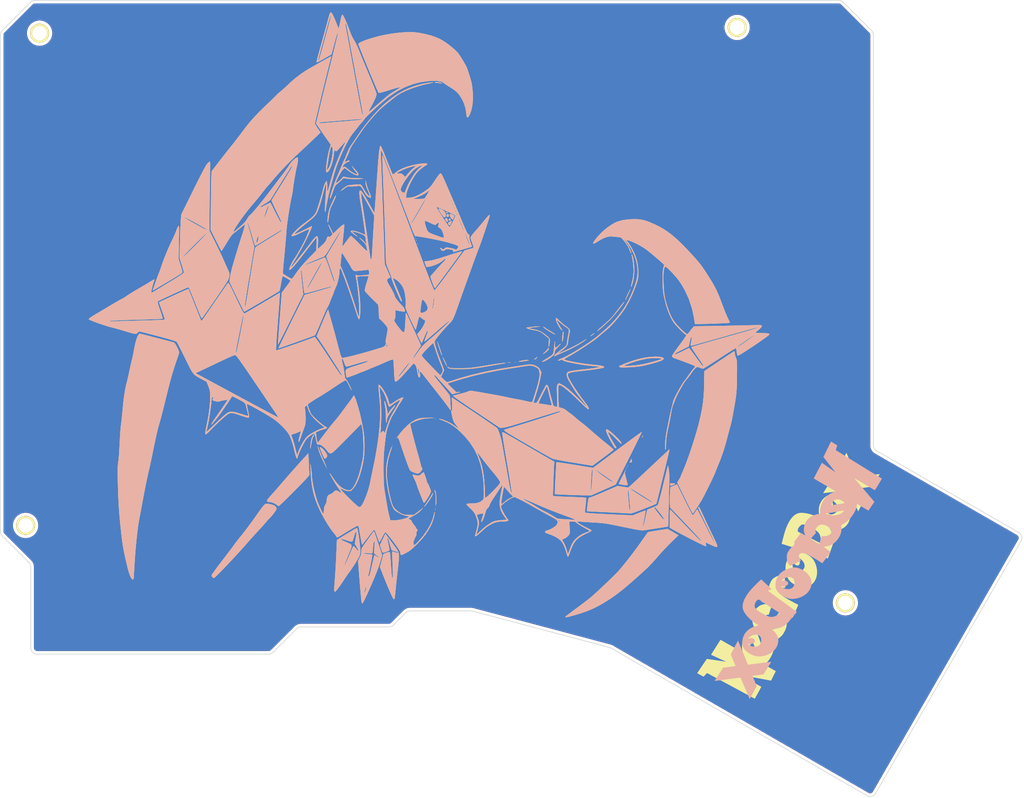
<source format=kicad_pcb>
(kicad_pcb (version 20221018) (generator pcbnew)
  (title_block (title "Redox keyboard PCB") (date "2018-05-05") (rev "1.0") (comment 1 "designed by Mattia Dal Ben (aka u/TiaMaT102)") (comment 2 "https://github.com/mattdibi/redox-keyboard"))
  (layers (0 "F.Cu" signal) (31 "B.Cu" signal) (34 "B.Paste" user) (35 "F.Paste" user) (36 "B.SilkS" user "B.Silkscreen") (37 "F.SilkS" user "F.Silkscreen") (38 "B.Mask" user) (39 "F.Mask" user) (44 "Edge.Cuts" user))
  (net 0 "")
  (net 1 "GND")
  (footprint "keyboard_parts:HOLE_M3" (layer "F.Cu") (at 213.36 129.452682)
    (fp_text reference "HOLE_M3" hide)
    (fp_text value "VAL**" hide)
    (pad "1" thru_hole circle (at 0 0) (size 3 3) (drill 2.3) (layers "*.Cu" "*.Mask" "F.SilkS"))
  )
  (footprint "keyboard_parts:HOLE_M3" (layer "F.Cu") (at 85.725 39.155682)
    (fp_text reference "HOLE_M3" hide)
    (fp_text value "VAL**" hide)
    (pad "1" thru_hole circle (at 0 0) (size 3 3) (drill 2.3) (layers "*.Cu" "*.Mask" "F.SilkS"))
  )
  (footprint "keyboard_parts:HOLE_M3" (layer "F.Cu") (at 103.508163 114.18153)
    (fp_text reference "HOLE_M3" hide)
    (fp_text value "VAL**" hide)
    (pad "1" thru_hole circle (at -20 3) (size 3 3) (drill 2.3) (layers "*.Cu" "*.Mask" "F.SilkS"))
  )
  (footprint "keyboard_parts:HOLE_M3" (layer "F.Cu") (at 196.215 37.250682)
    (fp_text reference "HOLE_M3" hide)
    (fp_text value "VAL**" hide)
    (pad "1" thru_hole circle (at 0 1) (size 3 3) (drill 2.3) (layers "*.Cu" "*.Mask" "F.SilkS"))
  )
  (footprint "KeebGraphics:dawnWingNecrozmaFlipSilk" (layer "F.Cu") (at 147.32 83.82)
    (fp_text reference "G***" hide)
    (fp_text value "LOGO" hide)
  )
  (footprint "KeebGraphics:smallNecrodoxSilk" (layer "F.Cu") (at 204.986082 124.842562 60)
    (fp_text reference "G***" hide)
    (fp_text value "LOGO" hide)
  )
  (footprint "KeebGraphics:dawnWingNecrozmaSilk" (layer "B.Cu") (at 147.32 83.82 180)
    (fp_text reference "G***" hide)
    (fp_text value "LOGO" hide)
  )
  (footprint "KeebGraphics:smallNecrodoxSilk" (layer "B.Cu") (at 204.986082 124.842562 -120)
    (fp_text reference "G***" hide)
    (fp_text value "LOGO" hide)
  )
  (gr_arc (start 79.502 39.442896) (mid 79.57812 39.060213) (end 79.794893 38.735789) (stroke (width 0.1)) (layer "Edge.Cuts"))
  (gr_arc (start 218.306876 105.356993) (mid 217.939521 104.990824) (end 217.805 104.489888) (stroke (width 0.1)) (layer "Edge.Cuts"))
  (gr_line (start 217.512107 38.735789) (end 213.017893 34.241575) (stroke (width 0.1)) (layer "Edge.Cuts"))
  (gr_line (start 217.805 39.442896) (end 217.805 49.188682) (stroke (width 0.1)) (layer "Edge.Cuts"))
  (gr_line (start 218.149575 159.63786) (end 241.181078 119.652272) (stroke (width 0.1)) (layer "Edge.Cuts"))
  (gr_arc (start 126.453107 133.555575) (mid 126.777532 133.338811) (end 127.160214 133.262682) (stroke (width 0.1)) (layer "Edge.Cuts"))
  (gr_line (start 176.021007 136.530649) (end 154.304289 130.756262) (stroke (width 0.1)) (layer "Edge.Cuts"))
  (gr_arc (start 141.770893 132.969789) (mid 141.44647 133.186561) (end 141.063786 133.262682) (stroke (width 0.1)) (layer "Edge.Cuts"))
  (gr_arc (start 154.047322 130.722682) (mid 154.176898 130.731112) (end 154.304289 130.756262) (stroke (width 0.1)) (layer "Edge.Cuts"))
  (gr_line (start 79.794893 38.735789) (end 84.289107 34.241575) (stroke (width 0.1)) (layer "Edge.Cuts"))
  (gr_line (start 141.770893 132.969789) (end 143.725107 131.015575) (stroke (width 0.1)) (layer "Edge.Cuts"))
  (gr_arc (start 84.289107 34.241575) (mid 84.613532 34.024811) (end 84.996214 33.948682) (stroke (width 0.1)) (layer "Edge.Cuts"))
  (gr_arc (start 84.035107 123.063789) (mid 84.25188 123.388212) (end 84.328 123.770896) (stroke (width 0.1)) (layer "Edge.Cuts"))
  (gr_arc (start 218.149575 159.63786) (mid 217.54253 160.104487) (end 216.783362 160.004951) (stroke (width 0.1)) (layer "Edge.Cuts"))
  (gr_arc (start 122.720893 137.287789) (mid 122.39647 137.504561) (end 122.013786 137.580682) (stroke (width 0.1)) (layer "Edge.Cuts"))
  (gr_line (start 84.328 123.770896) (end 84.328 136.580682) (stroke (width 0.1)) (layer "Edge.Cuts"))
  (gr_line (start 79.502 42.330682) (end 79.502 118.116468) (stroke (width 0.1)) (layer "Edge.Cuts"))
  (gr_line (start 216.783362 160.004951) (end 176.26372 136.630859) (stroke (width 0.1)) (layer "Edge.Cuts"))
  (gr_line (start 85.328 137.580682) (end 122.013786 137.580682) (stroke (width 0.1)) (layer "Edge.Cuts"))
  (gr_arc (start 212.310786 33.948682) (mid 212.693469 34.024802) (end 213.017893 34.241575) (stroke (width 0.1)) (layer "Edge.Cuts"))
  (gr_line (start 212.310786 33.948682) (end 84.996214 33.948682) (stroke (width 0.1)) (layer "Edge.Cuts"))
  (gr_line (start 127.160214 133.262682) (end 141.063786 133.262682) (stroke (width 0.1)) (layer "Edge.Cuts"))
  (gr_line (start 79.794893 118.823575) (end 84.035107 123.063789) (stroke (width 0.1)) (layer "Edge.Cuts"))
  (gr_arc (start 217.512107 38.735789) (mid 217.72888 39.060212) (end 217.805 39.442896) (stroke (width 0.1)) (layer "Edge.Cuts"))
  (gr_arc (start 79.794893 118.823575) (mid 79.57812 118.499152) (end 79.502 118.116468) (stroke (width 0.1)) (layer "Edge.Cuts"))
  (gr_line (start 122.720893 137.287789) (end 126.453107 133.555575) (stroke (width 0.1)) (layer "Edge.Cuts"))
  (gr_arc (start 143.725107 131.015575) (mid 144.049532 130.798811) (end 144.432214 130.722682) (stroke (width 0.1)) (layer "Edge.Cuts"))
  (gr_line (start 217.805 49.188682) (end 217.805 104.489888) (stroke (width 0.1)) (layer "Edge.Cuts"))
  (gr_line (start 218.306876 105.356993) (end 240.812752 118.285901) (stroke (width 0.1)) (layer "Edge.Cuts"))
  (gr_arc (start 240.812752 118.285901) (mid 241.280163 118.892733) (end 241.181078 119.652272) (stroke (width 0.1)) (layer "Edge.Cuts"))
  (gr_line (start 154.047322 130.722682) (end 144.432214 130.722682) (stroke (width 0.1)) (layer "Edge.Cuts"))
  (gr_line (start 79.502 39.442896) (end 79.502 42.330682) (stroke (width 0.1)) (layer "Edge.Cuts"))
  (gr_arc (start 176.021007 136.530649) (mid 176.145667 136.572753) (end 176.26372 136.630859) (stroke (width 0.1)) (layer "Edge.Cuts"))
  (gr_arc (start 85.328 137.580682) (mid 84.620893 137.287789) (end 84.328 136.580682) (stroke (width 0.1)) (layer "Edge.Cuts"))
  (zone (net 1) (net_name "GND") (layer "F.Cu") (connect_pads (clearance 0.508)) (min_thickness 0.254) (fill yes (thermal_gap 0.508) (thermal_bridge_width 0.508))
    (polygon (pts (xy 217.805 39.028682) (xy 217.805 105.068682) (xy 241.681 118.784682) (xy 217.678 160.440682) (xy 217.551 160.440682) (xy 176.149 136.564682) (xy 154.178 130.722682) (xy 144.018 130.722682) (xy 141.478 133.262682) (xy 126.746 133.262682) (xy 122.428 137.580682) (xy 84.328 137.580682) (xy 84.328 123.356682) (xy 79.502 118.530682) (xy 79.502 39.028682) (xy 84.582 33.948682) (xy 212.725 33.948682)))
  )
  (zone (net 1) (net_name "GND") (layer "B.Cu") (connect_pads (clearance 0.508)) (min_thickness 0.254) (fill yes (thermal_gap 0.508) (thermal_bridge_width 0.508))
    (polygon (pts (xy 217.805 39.028682) (xy 217.805 105.068682) (xy 241.681 118.784682) (xy 217.678 160.440682) (xy 217.551 160.440682) (xy 176.149 136.564682) (xy 154.178 130.722682) (xy 144.018 130.722682) (xy 141.478 133.262682) (xy 126.746 133.262682) (xy 122.428 137.580682) (xy 84.328 137.580682) (xy 84.328 123.356682) (xy 79.502 118.530682) (xy 79.502 39.028682) (xy 84.582 33.948682) (xy 212.725 33.948682)))
  )
)
</source>
